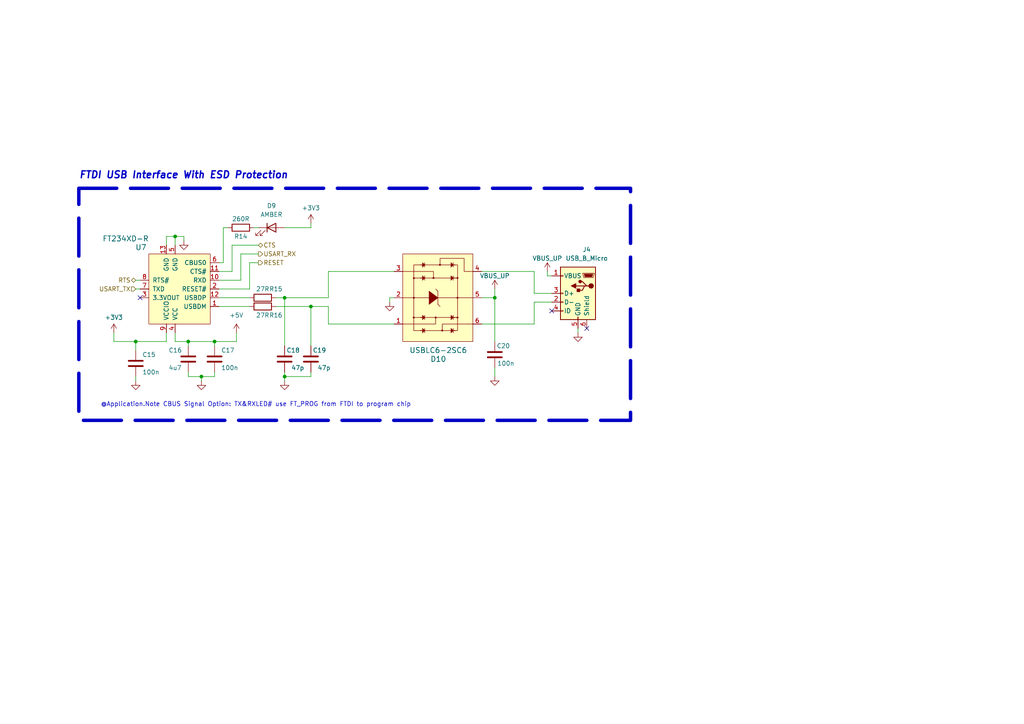
<source format=kicad_sch>
(kicad_sch (version 20231120) (generator "eeschema") (generator_version "8.0")
  (paper "A4")
  (title_block (date "2023-10-06"))
  (lib_symbols
    (symbol "Connector:USB_B_Micro" (pin_names (offset 1.016))
      (property "Reference" "J" (at -5.08 11.43 0))
      (property "Value" "USB_B_Micro" (at -5.08 8.89 0))
      (symbol "USB_B_Micro_0_1"
        (rectangle (start -5.08 -7.62) (end 5.08 7.62) (stroke (width 0.254)) (fill (type background)))
        (circle (center -3.81 2.159) (radius 0.635) (stroke (width 0.254)) (fill (type outline)))
        (circle (center -0.635 3.429) (radius 0.381) (stroke (width 0.254)) (fill (type outline)))
        (rectangle (start -0.127 -7.62) (end 0.127 -6.858))
        (polyline (pts (xy -1.905 2.159) (xy 0.635 2.159)) (stroke (width 0.254)))
        (polyline (pts (xy -3.175 2.159) (xy -2.54 2.159) (xy -1.27 3.429) (xy -0.635 3.429)) (stroke (width 0.254)))
        (polyline (pts (xy -2.54 2.159) (xy -1.905 2.159) (xy -1.27 0.889) (xy 0 0.889)) (stroke (width 0.254)))
        (polyline (pts (xy 0.635 2.794) (xy 0.635 1.524) (xy 1.905 2.159) (xy 0.635 2.794)) (stroke (width 0.254)) (fill (type outline)))
        (polyline (pts (xy -4.318 5.588) (xy -1.778 5.588) (xy -2.032 4.826) (xy -4.064 4.826) (xy -4.318 5.588)) (fill (type outline)))
        (polyline (pts (xy -4.699 5.842) (xy -4.699 5.588) (xy -4.445 4.826) (xy -4.445 4.572) (xy -1.651 4.572) (xy -1.651 4.826) (xy -1.397 5.588) (xy -1.397 5.842) (xy -4.699 5.842)))
        (rectangle (start 0.254 1.27) (end -0.508 0.508) (stroke (width 0.254)) (fill (type outline)))
        (rectangle (start 5.08 -5.207) (end 4.318 -4.953))
        (rectangle (start 5.08 -2.667) (end 4.318 -2.413))
        (rectangle (start 5.08 -0.127) (end 4.318 0.127))
        (rectangle (start 5.08 4.953) (end 4.318 5.207))
      )
      (symbol "USB_B_Micro_1_1"
        (pin power_out line (at 7.62 5.08 180) (length 2.54) (name "VBUS") (number "1"))
        (pin bidirectional line (at 7.62 -2.54 180) (length 2.54) (name "D-") (number "2"))
        (pin bidirectional line (at 7.62 0 180) (length 2.54) (name "D+") (number "3"))
        (pin passive line (at 7.62 -5.08 180) (length 2.54) (name "ID") (number "4"))
        (pin power_out line (at 0 -10.16 90) (length 2.54) (name "GND") (number "5"))
        (pin passive line (at -2.54 -10.16 90) (length 2.54) (name "Shield") (number "6"))
      )
    )
    (symbol "Device:C" (pin_numbers hide) (pin_names (offset 0.254))
      (property "Reference" "C" (at 0.635 2.54 0))
      (property "Value" "C" (at 0.635 -2.54 0))
      (symbol "C_0_1"
        (polyline (pts (xy -2.032 -0.762) (xy 2.032 -0.762)) (stroke (width 0.508)))
        (polyline (pts (xy -2.032 0.762) (xy 2.032 0.762)) (stroke (width 0.508)))
      )
      (symbol "C_1_1"
        (pin passive line (at 0 3.81 270) (length 2.794) (name "~") (number "1"))
        (pin passive line (at 0 -3.81 90) (length 2.794) (name "~") (number "2"))
      )
    )
    (symbol "Device:LED" (pin_numbers hide) (pin_names (offset 1.016) hide)
      (property "Reference" "D" (at 0 2.54 0))
      (property "Value" "LED" (at 0 -2.54 0))
      (symbol "LED_0_1"
        (polyline (pts (xy -1.27 -1.27) (xy -1.27 1.27)) (stroke (width 0.254)))
        (polyline (pts (xy -1.27 0) (xy 1.27 0)))
        (polyline (pts (xy 1.27 -1.27) (xy 1.27 1.27) (xy -1.27 0) (xy 1.27 -1.27)) (stroke (width 0.254)))
        (polyline (pts (xy -3.048 -0.762) (xy -4.572 -2.286) (xy -3.81 -2.286) (xy -4.572 -2.286) (xy -4.572 -1.524)))
        (polyline (pts (xy -1.778 -0.762) (xy -3.302 -2.286) (xy -2.54 -2.286) (xy -3.302 -2.286) (xy -3.302 -1.524)))
      )
      (symbol "LED_1_1"
        (pin passive line (at -3.81 0 0) (length 2.54) (name "K") (number "1"))
        (pin passive line (at 3.81 0 180) (length 2.54) (name "A") (number "2"))
      )
    )
    (symbol "Device:R" (pin_numbers hide) (pin_names (offset 0))
      (property "Reference" "R" (at 2.032 0 90))
      (property "Value" "R" (at 0 0 90))
      (symbol "R_0_1"
        (rectangle (start -1.016 -2.54) (end 1.016 2.54) (stroke (width 0.254)))
      )
      (symbol "R_1_1"
        (pin passive line (at 0 3.81 270) (length 1.27) (name "~") (number "1"))
        (pin passive line (at 0 -3.81 90) (length 1.27) (name "~") (number "2"))
      )
    )
    (symbol "RF_Parts:VBUS_UP" (power) (pin_names (offset 0))
      (property "Value" "VBUS_UP" (at 0 3.556 0))
      (symbol "VBUS_UP_0_1"
        (polyline (pts (xy -0.762 1.27) (xy 0 2.54)))
        (polyline (pts (xy 0 0) (xy 0 2.54)))
        (polyline (pts (xy 0 2.54) (xy 0.762 1.27)))
      )
      (symbol "VBUS_UP_1_1"
        (pin power_in line (at 0 0 90) (length 0) hide (name "VBUS_UP") (number "1"))
      )
    )
    (symbol "dk_Interface-Controllers:FT234XD-R" (pin_names (offset 1.016))
      (property "Reference" "U" (at -5.08 8.89 0))
      (property "Value" "FT234XD-R" (at 7.62 -15.24 0))
      (symbol "FT234XD-R_0_1"
        (rectangle (start -7.62 7.62) (end 10.16 -12.7) (fill (type background)))
      )
      (symbol "FT234XD-R_1_1"
        (pin bidirectional line (at -10.16 2.54 0) (length 2.54) (name "USBDM") (number "1"))
        (pin input line (at -10.16 -5.08 0) (length 2.54) (name "RXD") (number "10"))
        (pin input line (at -10.16 -7.62 0) (length 2.54) (name "CTS#") (number "11"))
        (pin bidirectional line (at -10.16 0 0) (length 2.54) (name "USBDP") (number "12"))
        (pin power_in line (at 5.08 -15.24 90) (length 2.54) (name "GND") (number "13"))
        (pin input line (at -10.16 -2.54 0) (length 2.54) (name "RESET#") (number "2"))
        (pin passive line (at 12.7 0 180) (length 2.54) (name "3.3VOUT") (number "3"))
        (pin power_in line (at 2.54 10.16 270) (length 2.54) (name "VCC") (number "4"))
        (pin power_in line (at 2.54 -15.24 90) (length 2.54) (name "GND") (number "5"))
        (pin bidirectional line (at -10.16 -10.16 0) (length 2.54) (name "CBUS0") (number "6"))
        (pin output line (at 12.7 -2.54 180) (length 2.54) (name "TXD") (number "7"))
        (pin output line (at 12.7 -5.08 180) (length 2.54) (name "RTS#") (number "8"))
        (pin power_in line (at 5.08 10.16 270) (length 2.54) (name "VCCIO") (number "9"))
      )
    )
    (symbol "dk_TVS-Diodes:USBLC6-2SC6" (pin_names (offset 1.016))
      (property "Reference" "D" (at -10.16 13.97 0))
      (property "Value" "USBLC6-2SC6" (at 0 -13.97 0))
      (symbol "USBLC6-2SC6_0_1"
        (rectangle (start -10.16 12.7) (end 10.16 -12.7) (fill (type background)))
        (circle (center -7.0104 5.7404) (radius 0.2032) (fill (type outline)))
        (circle (center -6.9596 -5.6896) (radius 0.2032) (fill (type outline)))
        (circle (center -6.9596 0) (radius 0.2032) (fill (type outline)))
        (circle (center -1.27 -5.7404) (radius 0.2032) (fill (type outline)))
        (circle (center -0.635 5.7404) (radius 0.2032) (fill (type outline)))
        (polyline (pts (xy -8.89 0) (xy -10.16 0)))
        (polyline (pts (xy -5.08 -9.525) (xy 5.08 -9.525)))
        (polyline (pts (xy -5.08 -5.715) (xy 5.08 -5.715)))
        (polyline (pts (xy -5.08 5.715) (xy 5.08 5.715)))
        (polyline (pts (xy -5.08 9.525) (xy 5.08 9.525)))
        (polyline (pts (xy -4.445 -5.715) (xy -6.985 -5.715)))
        (polyline (pts (xy -4.445 5.715) (xy -6.985 5.715)))
        (polyline (pts (xy -3.81 -8.89) (xy -3.81 -10.16)))
        (polyline (pts (xy -3.81 -5.08) (xy -3.81 -6.35)))
        (polyline (pts (xy -3.81 6.35) (xy -3.81 5.08)))
        (polyline (pts (xy -3.81 10.16) (xy -3.81 8.89)))
        (polyline (pts (xy 0 -1.905) (xy -0.635 -2.54)))
        (polyline (pts (xy 0 1.905) (xy 0 -1.905)))
        (polyline (pts (xy 0 1.905) (xy 0.635 2.54)))
        (polyline (pts (xy 4.445 -8.89) (xy 4.445 -10.16)))
        (polyline (pts (xy 4.445 -5.715) (xy 5.715 -5.715)))
        (polyline (pts (xy 4.445 -5.08) (xy 4.445 -6.35)))
        (polyline (pts (xy 4.445 5.715) (xy 5.715 5.715)))
        (polyline (pts (xy 4.445 6.35) (xy 4.445 5.08)))
        (polyline (pts (xy 4.445 8.89) (xy 4.445 8.89)))
        (polyline (pts (xy 4.445 10.16) (xy 4.445 8.89)))
        (polyline (pts (xy 5.588 0) (xy 10.16 0)))
        (polyline (pts (xy 5.715 0) (xy 0 0)))
        (polyline (pts (xy 5.715 5.715) (xy 5.715 5.715)))
        (polyline (pts (xy 8.89 -7.62) (xy 10.16 -7.62)))
        (polyline (pts (xy 8.89 7.62) (xy 10.414 7.62)))
        (polyline (pts (xy -10.16 -7.62) (xy -1.27 -7.62) (xy -1.27 -5.715)))
        (polyline (pts (xy -10.16 7.62) (xy -0.635 7.62) (xy -0.635 5.715)))
        (polyline (pts (xy -8.89 0) (xy -6.985 0) (xy 0 0)))
        (polyline (pts (xy 8.89 7.62) (xy 1.27 7.62) (xy 1.27 9.525)))
        (polyline (pts (xy -4.445 -9.525) (xy -6.985 -9.525) (xy -6.985 9.525) (xy -4.445 9.525)))
        (polyline (pts (xy -4.445 -8.89) (xy -4.445 -10.16) (xy -3.81 -9.525) (xy -4.445 -8.89)) (fill (type outline)))
        (polyline (pts (xy -4.445 -5.08) (xy -4.445 -6.35) (xy -3.81 -5.715) (xy -4.445 -5.08)) (fill (type outline)))
        (polyline (pts (xy -4.445 6.35) (xy -4.445 5.08) (xy -3.81 5.715) (xy -4.445 6.35)) (fill (type outline)))
        (polyline (pts (xy -4.445 10.16) (xy -4.445 8.89) (xy -3.81 9.525) (xy -4.445 10.16)) (fill (type outline)))
        (polyline (pts (xy -2.54 1.905) (xy -2.54 -1.905) (xy 0 0) (xy -2.54 1.905)) (fill (type outline)))
        (polyline (pts (xy 3.81 -8.89) (xy 3.81 -10.16) (xy 4.445 -9.525) (xy 3.81 -8.89)) (fill (type outline)))
        (polyline (pts (xy 3.81 -5.08) (xy 3.81 -6.35) (xy 4.445 -5.715) (xy 3.81 -5.08)) (fill (type outline)))
        (polyline (pts (xy 3.81 6.35) (xy 3.81 5.08) (xy 4.445 5.715) (xy 3.81 6.35)) (fill (type outline)))
        (polyline (pts (xy 3.81 10.16) (xy 3.81 8.89) (xy 4.445 9.525) (xy 3.81 10.16)) (fill (type outline)))
        (polyline (pts (xy 4.445 9.525) (xy 5.715 9.525) (xy 5.715 -9.525) (xy 4.445 -9.525)))
        (polyline (pts (xy 8.89 -7.62) (xy 7.62 -7.62) (xy 7.62 -11.43) (xy 0.635 -11.43) (xy 0.635 -9.525)))
        (circle (center 0.6096 -9.5504) (radius 0.2032) (fill (type outline)))
        (circle (center 1.27 9.4996) (radius 0.2032) (fill (type outline)))
        (circle (center 5.6896 -5.7404) (radius 0.2032) (fill (type outline)))
        (circle (center 5.6896 0) (radius 0.2032) (fill (type outline)))
        (circle (center 5.6896 5.7404) (radius 0.2032) (fill (type outline)))
      )
      (symbol "USBLC6-2SC6_1_1"
        (pin input line (at -12.7 7.62 0) (length 2.54) (name "~") (number "1"))
        (pin power_in line (at -12.7 0 0) (length 2.54) (name "~") (number "2"))
        (pin input line (at -12.7 -7.62 0) (length 2.54) (name "~") (number "3"))
        (pin input line (at 12.7 -7.62 180) (length 2.54) (name "~") (number "4"))
        (pin output line (at 12.7 0 180) (length 2.54) (name "~") (number "5"))
        (pin input line (at 12.7 7.62 180) (length 2.54) (name "~") (number "6"))
      )
    )
    (symbol "power:+3V3" (power) (pin_names (offset 0))
      (property "Value" "+3V3" (at 0 3.556 0))
      (symbol "+3V3_0_1"
        (polyline (pts (xy -0.762 1.27) (xy 0 2.54)))
        (polyline (pts (xy 0 0) (xy 0 2.54)))
        (polyline (pts (xy 0 2.54) (xy 0.762 1.27)))
      )
      (symbol "+3V3_1_1"
        (pin power_in line (at 0 0 90) (length 0) hide (name "+3V3") (number "1"))
      )
    )
    (symbol "power:+5V" (power) (pin_names (offset 0))
      (property "Value" "+5V" (at 0 3.556 0))
      (symbol "+5V_0_1"
        (polyline (pts (xy -0.762 1.27) (xy 0 2.54)))
        (polyline (pts (xy 0 0) (xy 0 2.54)))
        (polyline (pts (xy 0 2.54) (xy 0.762 1.27)))
      )
      (symbol "+5V_1_1"
        (pin power_in line (at 0 0 90) (length 0) hide (name "+5V") (number "1"))
      )
    )
    (symbol "power:GND" (power) (pin_names (offset 0))
      (property "Value" "GND" (at 0 -3.81 0))
      (symbol "GND_0_1"
        (polyline (pts (xy 0 0) (xy 0 -1.27) (xy 1.27 -1.27) (xy 0 -2.54) (xy -1.27 -1.27) (xy 0 -1.27)))
      )
      (symbol "GND_1_1"
        (pin power_in line (at 0 0 270) (length 0) hide (name "GND") (number "1"))
      )
    )
  )
  (junction (at 82.55 109.22))
  (junction (at 58.42 109.22))
  (junction (at 90.17 88.9))
  (junction (at 143.51 86.36))
  (junction (at 62.23 99.06))
  (junction (at 39.37 99.06))
  (junction (at 82.55 86.36))
  (junction (at 54.61 99.06))
  (junction (at 50.8 68.58))
  (no_connect (at 160.02 90.17))
  (no_connect (at 40.64 86.36))
  (no_connect (at 170.18 95.25))
  (wire (pts (xy 82.55 86.36) (xy 82.55 100.33)))
  (wire (pts (xy 72.39 83.82) (xy 63.5 83.82)))
  (wire (pts (xy 33.02 99.06) (xy 33.02 96.52)))
  (wire (pts (xy 40.64 83.82) (xy 39.37 83.82)))
  (wire (pts (xy 62.23 99.06) (xy 68.58 99.06)))
  (wire (pts (xy 54.61 109.22) (xy 58.42 109.22)))
  (wire (pts (xy 69.85 73.66) (xy 69.85 81.28)))
  (wire (pts (xy 63.5 88.9) (xy 72.39 88.9)))
  (wire (pts (xy 143.51 83.82) (xy 143.51 86.36)))
  (wire (pts (xy 67.31 71.12) (xy 67.31 78.74)))
  (wire (pts (xy 154.94 78.74) (xy 154.94 85.09)))
  (wire (pts (xy 74.93 73.66) (xy 69.85 73.66)))
  (wire (pts (xy 167.64 95.25) (xy 167.64 96.52)))
  (wire (pts (xy 139.7 93.98) (xy 154.94 93.98)))
  (wire (pts (xy 69.85 81.28) (xy 63.5 81.28)))
  (wire (pts (xy 39.37 109.22) (xy 39.37 110.49)))
  (wire (pts (xy 48.26 71.12) (xy 48.26 68.58)))
  (wire (pts (xy 39.37 99.06) (xy 33.02 99.06)))
  (wire (pts (xy 54.61 107.95) (xy 54.61 109.22)))
  (wire (pts (xy 143.51 106.68) (xy 143.51 109.22)))
  (wire (pts (xy 58.42 109.22) (xy 62.23 109.22)))
  (wire (pts (xy 58.42 109.22) (xy 58.42 110.49)))
  (wire (pts (xy 82.55 86.36) (xy 80.01 86.36)))
  (wire (pts (xy 72.39 76.2) (xy 72.39 83.82)))
  (wire (pts (xy 82.55 107.95) (xy 82.55 109.22)))
  (wire (pts (xy 158.75 78.74) (xy 158.75 80.01)))
  (wire (pts (xy 139.7 78.74) (xy 154.94 78.74)))
  (wire (pts (xy 90.17 88.9) (xy 95.25 88.9)))
  (wire (pts (xy 90.17 64.77) (xy 90.17 66.04)))
  (wire (pts (xy 158.75 80.01) (xy 160.02 80.01)))
  (wire (pts (xy 95.25 78.74) (xy 114.3 78.74)))
  (wire (pts (xy 39.37 81.28) (xy 40.64 81.28)))
  (wire (pts (xy 68.58 99.06) (xy 68.58 96.52)))
  (wire (pts (xy 67.31 78.74) (xy 63.5 78.74)))
  (wire (pts (xy 143.51 86.36) (xy 139.7 86.36)))
  (wire (pts (xy 90.17 107.95) (xy 90.17 109.22)))
  (wire (pts (xy 48.26 68.58) (xy 50.8 68.58)))
  (wire (pts (xy 63.5 86.36) (xy 72.39 86.36)))
  (wire (pts (xy 66.04 66.04) (xy 64.77 66.04)))
  (wire (pts (xy 113.03 87.63) (xy 113.03 86.36)))
  (wire (pts (xy 74.93 76.2) (xy 72.39 76.2)))
  (wire (pts (xy 95.25 78.74) (xy 95.25 86.36)))
  (wire (pts (xy 62.23 107.95) (xy 62.23 109.22)))
  (wire (pts (xy 48.26 99.06) (xy 39.37 99.06)))
  (wire (pts (xy 50.8 96.52) (xy 50.8 99.06)))
  (wire (pts (xy 64.77 76.2) (xy 63.5 76.2)))
  (wire (pts (xy 53.34 68.58) (xy 53.34 69.85)))
  (wire (pts (xy 143.51 86.36) (xy 143.51 99.06)))
  (wire (pts (xy 95.25 86.36) (xy 82.55 86.36)))
  (wire (pts (xy 154.94 87.63) (xy 160.02 87.63)))
  (wire (pts (xy 90.17 88.9) (xy 90.17 100.33)))
  (wire (pts (xy 54.61 99.06) (xy 62.23 99.06)))
  (wire (pts (xy 80.01 88.9) (xy 90.17 88.9)))
  (wire (pts (xy 39.37 99.06) (xy 39.37 101.6)))
  (wire (pts (xy 50.8 68.58) (xy 50.8 71.12)))
  (wire (pts (xy 95.25 93.98) (xy 114.3 93.98)))
  (wire (pts (xy 90.17 109.22) (xy 82.55 109.22)))
  (wire (pts (xy 53.34 68.58) (xy 50.8 68.58)))
  (wire (pts (xy 74.93 66.04) (xy 73.66 66.04)))
  (wire (pts (xy 54.61 99.06) (xy 54.61 100.33)))
  (wire (pts (xy 48.26 96.52) (xy 48.26 99.06)))
  (wire (pts (xy 113.03 86.36) (xy 114.3 86.36)))
  (wire (pts (xy 62.23 99.06) (xy 62.23 100.33)))
  (wire (pts (xy 74.93 71.12) (xy 67.31 71.12)))
  (wire (pts (xy 82.55 109.22) (xy 82.55 110.49)))
  (wire (pts (xy 95.25 88.9) (xy 95.25 93.98)))
  (wire (pts (xy 90.17 66.04) (xy 82.55 66.04)))
  (wire (pts (xy 64.77 66.04) (xy 64.77 76.2)))
  (wire (pts (xy 154.94 93.98) (xy 154.94 87.63)))
  (wire (pts (xy 50.8 99.06) (xy 54.61 99.06)))
  (wire (pts (xy 154.94 85.09) (xy 160.02 85.09)))
  (rectangle (start 22.86 54.61) (end 182.88 121.92) (stroke (width 1) (type dash)))
  (text "FTDI USB Interface With ESD Protection\n" (at 22.86 52.07 0) (effects (font (size 2 2) (thickness 0.4) (bold yes) (italic yes)) (justify left bottom)))
  (text "@Application.Note CBUS Signal Option: TX&RXLED# use FT_PROG from FTDI to program chip\n" (at 29.21 118.11 0) (effects (font (size 1.27 1.27)) (justify left bottom)))
  (hierarchical_label "USART_RX" (shape output) (at 74.93 73.66 0))
  (hierarchical_label "USART_TX" (shape input) (at 39.37 83.82 180))
  (hierarchical_label "CTS" (shape bidirectional) (at 74.93 71.12 0))
  (hierarchical_label "RTS" (shape bidirectional) (at 39.37 81.28 180))
  (hierarchical_label "RESET" (shape output) (at 74.93 76.2 0))
  (symbol (lib_id "dk_TVS-Diodes:USBLC6-2SC6") (at 127 86.36 0) (mirror x) (unit 1)
    (property "Reference" "D10" (at 127.127 104.14 0) (effects (font (size 1.524 1.524))))
    (property "Value" "USBLC6-2SC6" (at 127.127 101.6 0) (effects (font (size 1.524 1.524))))
    (property "Footprint" "digikey-footprints:SOT23-6L" (effects (hide yes)))
    (property "Datasheet" "http://www.st.com/content/ccc/resource/technical/document/datasheet/06/1d/48/9c/6c/20/4a/b2/CD00050750.pdf/files/CD00050750.pdf/jcr:content/translations/en.CD00050750.pdf" (effects (hide yes)))
    (property "Description" "TVS DIODE 5.25V 17V SOT23-6" (effects (hide yes)))
    (property "Category" "Circuit Protection" (effects (hide yes)))
    (property "DK #" "497-5235-1-ND" (effects (hide yes)))
  )
  (symbol (lib_id "Device:C") (at 62.23 104.14 0) (unit 1)
    (property "Reference" "C17" (at 64.135 101.6 0) (effects (justify left)))
    (property "Value" "100n" (at 64.135 106.68 0) (effects (justify left)))
    (property "Footprint" "Capacitor_SMD:C_0402_1005Metric" (effects (hide yes)))
    (property "Description" "100nF -20%,+80% 16V Y5V 0402 Multilayer Ceramic Capacitors MLCC - SMD/SMT RoHS" (effects (hide yes)))
    (property "LCSC #" "C1525" (effects (hide yes)))
    (property "JLCPCB Part#(optional)" "C1525" (effects (hide yes)))
    (property "DK #" "490-14603-1-ND" (effects (hide yes)))
    (property "PCBA" "-" (effects (hide yes)))
  )
  (symbol (lib_id "power:+3V3") (at 90.17 64.77 0) (unit 1)
    (property "Reference" "#PWR050" (effects (hide yes)))
    (property "Value" "+3V3" (at 90.17 60.325 0))
  )
  (symbol (lib_id "Device:R") (at 69.85 66.04 90) (unit 1)
    (property "Reference" "R14" (at 69.85 68.58 90))
    (property "Value" "260R" (at 69.85 63.5 90))
    (property "Footprint" "Resistor_SMD:R_0603_1608Metric" (effects (hide yes)))
    (property "LCSC #" "C22966" (effects (hide yes)))
    (property "JLCPCB Part#(optional)" "C22966" (effects (hide yes)))
    (property "DK #" "RMCF0603FT261RCT-ND" (effects (hide yes)))
    (property "PCBA" "-" (effects (hide yes)))
  )
  (symbol (lib_id "RF_Parts:VBUS_UP") (at 143.51 83.82 0) (unit 1)
    (property "Reference" "#PWR052" (effects (hide yes)))
    (property "Value" "VBUS_UP" (at 143.51 80.01 0))
  )
  (symbol (lib_id "Device:C") (at 39.37 105.41 0) (unit 1)
    (property "Reference" "C15" (at 41.275 102.87 0) (effects (justify left)))
    (property "Value" "100n" (at 41.275 107.95 0) (effects (justify left)))
    (property "Footprint" "Capacitor_SMD:C_0402_1005Metric" (effects (hide yes)))
    (property "Description" "100nF -20%,+80% 16V Y5V 0402 Multilayer Ceramic Capacitors MLCC - SMD/SMT RoHS" (effects (hide yes)))
    (property "LCSC #" "C1525" (effects (hide yes)))
    (property "JLCPCB Part#(optional)" "C1525" (effects (hide yes)))
    (property "DK #" "490-14603-1-ND" (effects (hide yes)))
    (property "PCBA" "-" (effects (hide yes)))
  )
  (symbol (lib_id "power:GND") (at 143.51 109.22 0) (unit 1)
    (property "Reference" "#PWR053" (effects (hide yes)))
    (property "Value" "GND" (effects (hide yes)))
  )
  (symbol (lib_id "Device:R") (at 76.2 86.36 90) (unit 1)
    (property "Reference" "R15" (at 80.01 83.82 90))
    (property "Value" "27R" (at 76.2 83.82 90))
    (property "Footprint" "Resistor_SMD:R_0603_1608Metric" (effects (hide yes)))
    (property "LCSC #" "C25190" (effects (hide yes)))
    (property "JLCPCB Part#(optional)" "C25190" (effects (hide yes)))
    (property "DK #" "13-RC0603FR-1327RLCT-ND" (effects (hide yes)))
    (property "PCBA" "-" (effects (hide yes)))
  )
  (symbol (lib_id "Connector:USB_B_Micro") (at 167.64 85.09 0) (mirror y) (unit 1)
    (property "Reference" "J4" (at 170.18 72.39 0))
    (property "Value" "USB_B_Micro" (at 170.18 74.93 0))
    (property "Footprint" "footprints:USB_Micro-B_Amphenol_10118194_Horizontal" (effects (hide yes)))
    (property "Description" "USB 2.0 1 Surface Mount 5P Female -30℃~+80℃ Micro-B SMD  USB Connectors ROHS" (effects (hide yes)))
    (property "DK #" "609-4618-1-ND" (effects (hide yes)))
  )
  (symbol (lib_id "dk_Interface-Controllers:FT234XD-R") (at 53.34 86.36 180) (unit 1)
    (property "Reference" "U7" (at 42.545 71.755 0) (effects (font (size 1.524 1.524)) (justify left)))
    (property "Value" "FT234XD-R" (at 43.18 69.215 0) (effects (font (size 1.524 1.524)) (justify left)))
    (property "Footprint" "digikey-footprints:DFN-12-1EP_3x3mm" (effects (hide yes)))
    (property "Datasheet" "http://www.ftdichip.com/Support/Documents/DataSheets/ICs/DS_FT234XD.pdf" (effects (hide yes)))
    (property "Description" "IC USB SERIAL BASIC UART 12DFN" (effects (hide yes)))
    (property "Category" "Integrated Circuits (ICs)" (effects (hide yes)))
    (property "LCSC #" "C132158" (effects (hide yes)))
    (property "JLCPCB Part#(optional)" "C132158" (effects (hide yes)))
    (property "DK #" "768-1178-1-ND" (effects (hide yes)))
  )
  (symbol (lib_id "Device:LED") (at 78.74 66.04 0) (unit 1)
    (property "Reference" "D9" (at 78.74 59.69 0))
    (property "Value" "AMBER" (at 78.74 62.23 0))
    (property "Footprint" "LED_SMD:LED_0603_1608Metric" (effects (hide yes)))
    (property "Description" "White -40℃~+85℃ 605nm~605nm Amber 54mW 0603 Light Emitting Diodes (LED) ROHS" (effects (hide yes)))
    (property "LCSC #" "C72038" (effects (hide yes)))
    (property "JLCPCB Part#(optional)" "C72038" (effects (hide yes)))
    (property "DK #" "732-150060AS75000CT-ND" (effects (hide yes)))
    (property "PCBA" "-" (effects (hide yes)))
  )
  (symbol (lib_id "RF_Parts:VBUS_UP") (at 158.75 78.74 0) (unit 1)
    (property "Reference" "#PWR054" (effects (hide yes)))
    (property "Value" "VBUS_UP" (at 158.75 74.93 0))
  )
  (symbol (lib_id "power:+5V") (at 68.58 96.52 0) (unit 1)
    (property "Reference" "#PWR048" (effects (hide yes)))
    (property "Value" "+5V" (at 68.58 91.44 0))
  )
  (symbol (lib_id "power:GND") (at 58.42 110.49 0) (unit 1)
    (property "Reference" "#PWR047" (effects (hide yes)))
    (property "Value" "GND" (effects (hide yes)))
  )
  (symbol (lib_id "power:GND") (at 82.55 110.49 0) (unit 1)
    (property "Reference" "#PWR049" (effects (hide yes)))
    (property "Value" "GND" (effects (hide yes)))
  )
  (symbol (lib_id "power:GND") (at 39.37 110.49 0) (unit 1)
    (property "Reference" "#PWR045" (effects (hide yes)))
    (property "Value" "GND" (effects (hide yes)))
  )
  (symbol (lib_id "Device:C") (at 143.51 102.87 180) (unit 1)
    (property "Reference" "C20" (at 147.955 100.33 0) (effects (justify left)))
    (property "Value" "100n" (at 149.225 105.41 0) (effects (justify left)))
    (property "Footprint" "Capacitor_SMD:C_0402_1005Metric" (effects (hide yes)))
    (property "Description" "100nF -20%,+80% 16V Y5V 0402 Multilayer Ceramic Capacitors MLCC - SMD/SMT RoHS" (effects (hide yes)))
    (property "LCSC #" "C1525" (effects (hide yes)))
    (property "JLCPCB Part#(optional)" "C1525" (effects (hide yes)))
    (property "DK #" "490-14603-1-ND" (effects (hide yes)))
    (property "PCBA" "-" (effects (hide yes)))
  )
  (symbol (lib_id "Device:C") (at 82.55 104.14 180) (unit 1)
    (property "Reference" "C18" (at 86.995 101.6 0) (effects (justify left)))
    (property "Value" "47p" (at 88.265 106.68 0) (effects (justify left)))
    (property "Footprint" "Capacitor_SMD:C_0402_1005Metric" (effects (hide yes)))
    (property "LCSC #" "C1567" (effects (hide yes)))
    (property "JLCPCB Part#(optional)" "C1567" (effects (hide yes)))
    (property "DK #" "490-10670-1-ND" (effects (hide yes)))
    (property "PCBA" "-" (effects (hide yes)))
  )
  (symbol (lib_id "power:+3V3") (at 33.02 96.52 0) (unit 1)
    (property "Reference" "#PWR044" (effects (hide yes)))
    (property "Value" "+3V3" (at 33.02 92.075 0))
  )
  (symbol (lib_id "power:GND") (at 167.64 96.52 0) (unit 1)
    (property "Reference" "#PWR055" (effects (hide yes)))
    (property "Value" "GND" (effects (hide yes)))
  )
  (symbol (lib_id "power:GND") (at 53.34 69.85 0) (unit 1)
    (property "Reference" "#PWR046" (effects (hide yes)))
    (property "Value" "GND" (effects (hide yes)))
  )
  (symbol (lib_id "Device:C") (at 90.17 104.14 180) (unit 1)
    (property "Reference" "C19" (at 94.615 101.6 0) (effects (justify left)))
    (property "Value" "47p" (at 95.885 106.68 0) (effects (justify left)))
    (property "Footprint" "Capacitor_SMD:C_0402_1005Metric" (effects (hide yes)))
    (property "LCSC #" "C1567" (effects (hide yes)))
    (property "JLCPCB Part#(optional)" "C1567" (effects (hide yes)))
    (property "DK #" "490-10670-1-ND" (effects (hide yes)))
    (property "PCBA" "-" (effects (hide yes)))
  )
  (symbol (lib_id "Device:C") (at 54.61 104.14 0) (unit 1)
    (property "Reference" "C16" (at 48.895 101.6 0) (effects (justify left)))
    (property "Value" "4u7" (at 48.895 106.68 0) (effects (justify left)))
    (property "Footprint" "Capacitor_SMD:C_0603_1608Metric" (effects (hide yes)))
    (property "LCSC #" "C19666" (effects (hide yes)))
    (property "JLCPCB Part#(optional)" "C19666" (effects (hide yes)))
    (property "DK #" "1276-1045-1-ND" (effects (hide yes)))
    (property "PCBA" "-" (effects (hide yes)))
  )
  (symbol (lib_id "Device:R") (at 76.2 88.9 90) (unit 1)
    (property "Reference" "R16" (at 80.01 91.44 90))
    (property "Value" "27R" (at 76.2 91.44 90))
    (property "Footprint" "Resistor_SMD:R_0603_1608Metric" (effects (hide yes)))
    (property "LCSC #" "C25190" (effects (hide yes)))
    (property "JLCPCB Part#(optional)" "C25190" (effects (hide yes)))
    (property "DK #" "13-RC0603FR-1327RLCT-ND" (effects (hide yes)))
    (property "PCBA" "-" (effects (hide yes)))
  )
  (symbol (lib_id "power:GND") (at 113.03 87.63 0) (unit 1)
    (property "Reference" "#PWR051" (effects (hide yes)))
    (property "Value" "GND" (effects (hide yes)))
  )
)
</source>
